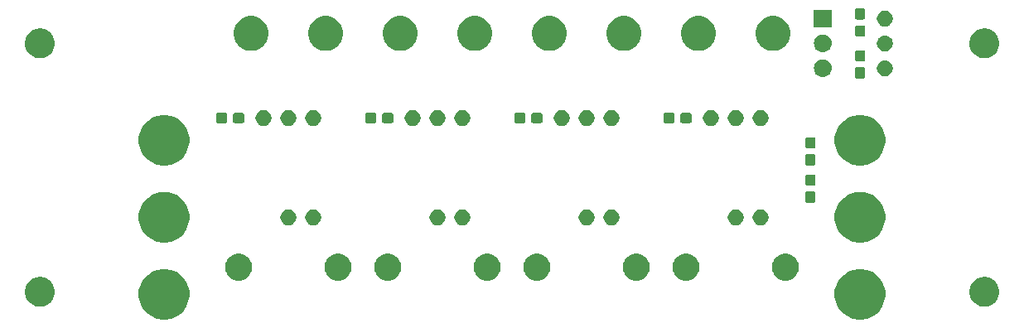
<source format=gbr>
G04 #@! TF.GenerationSoftware,KiCad,Pcbnew,(5.0.2)-1*
G04 #@! TF.CreationDate,2019-04-02T18:39:04-05:00*
G04 #@! TF.ProjectId,CameraPowerInjector_Hardware,43616d65-7261-4506-9f77-6572496e6a65,rev?*
G04 #@! TF.SameCoordinates,Original*
G04 #@! TF.FileFunction,Soldermask,Top*
G04 #@! TF.FilePolarity,Negative*
%FSLAX46Y46*%
G04 Gerber Fmt 4.6, Leading zero omitted, Abs format (unit mm)*
G04 Created by KiCad (PCBNEW (5.0.2)-1) date 4/2/2019 6:39:04 PM*
%MOMM*%
%LPD*%
G01*
G04 APERTURE LIST*
%ADD10C,0.100000*%
G04 APERTURE END LIST*
D10*
G36*
X135208908Y-124729380D02*
X135375767Y-124762570D01*
X135847299Y-124957885D01*
X136268803Y-125239526D01*
X136271669Y-125241441D01*
X136632559Y-125602331D01*
X136632561Y-125602334D01*
X136916115Y-126026701D01*
X137111430Y-126498233D01*
X137122803Y-126555408D01*
X137211000Y-126998807D01*
X137211000Y-127509193D01*
X137168674Y-127721979D01*
X137111430Y-128009767D01*
X136916115Y-128481299D01*
X136887449Y-128524200D01*
X136632559Y-128905669D01*
X136271669Y-129266559D01*
X136271666Y-129266561D01*
X135847299Y-129550115D01*
X135375767Y-129745430D01*
X135208908Y-129778620D01*
X134875193Y-129845000D01*
X134364807Y-129845000D01*
X134031092Y-129778620D01*
X133864233Y-129745430D01*
X133392701Y-129550115D01*
X132968334Y-129266561D01*
X132968331Y-129266559D01*
X132607441Y-128905669D01*
X132352551Y-128524200D01*
X132323885Y-128481299D01*
X132128570Y-128009767D01*
X132071326Y-127721979D01*
X132029000Y-127509193D01*
X132029000Y-126998807D01*
X132117197Y-126555408D01*
X132128570Y-126498233D01*
X132323885Y-126026701D01*
X132607439Y-125602334D01*
X132607441Y-125602331D01*
X132968331Y-125241441D01*
X132971197Y-125239526D01*
X133392701Y-124957885D01*
X133864233Y-124762570D01*
X134031092Y-124729380D01*
X134364807Y-124663000D01*
X134875193Y-124663000D01*
X135208908Y-124729380D01*
X135208908Y-124729380D01*
G37*
G36*
X64088908Y-124729380D02*
X64255767Y-124762570D01*
X64727299Y-124957885D01*
X65148803Y-125239526D01*
X65151669Y-125241441D01*
X65512559Y-125602331D01*
X65512561Y-125602334D01*
X65796115Y-126026701D01*
X65991430Y-126498233D01*
X66002803Y-126555408D01*
X66091000Y-126998807D01*
X66091000Y-127509193D01*
X66048674Y-127721979D01*
X65991430Y-128009767D01*
X65796115Y-128481299D01*
X65767449Y-128524200D01*
X65512559Y-128905669D01*
X65151669Y-129266559D01*
X65151666Y-129266561D01*
X64727299Y-129550115D01*
X64255767Y-129745430D01*
X64088908Y-129778620D01*
X63755193Y-129845000D01*
X63244807Y-129845000D01*
X62911092Y-129778620D01*
X62744233Y-129745430D01*
X62272701Y-129550115D01*
X61848334Y-129266561D01*
X61848331Y-129266559D01*
X61487441Y-128905669D01*
X61232551Y-128524200D01*
X61203885Y-128481299D01*
X61008570Y-128009767D01*
X60951326Y-127721979D01*
X60909000Y-127509193D01*
X60909000Y-126998807D01*
X60997197Y-126555408D01*
X61008570Y-126498233D01*
X61203885Y-126026701D01*
X61487439Y-125602334D01*
X61487441Y-125602331D01*
X61848331Y-125241441D01*
X61851197Y-125239526D01*
X62272701Y-124957885D01*
X62744233Y-124762570D01*
X62911092Y-124729380D01*
X63244807Y-124663000D01*
X63755193Y-124663000D01*
X64088908Y-124729380D01*
X64088908Y-124729380D01*
G37*
G36*
X51097357Y-125505087D02*
X51244593Y-125534374D01*
X51521979Y-125649271D01*
X51716254Y-125779082D01*
X51771624Y-125816079D01*
X51983921Y-126028376D01*
X51983923Y-126028379D01*
X52150729Y-126278021D01*
X52265626Y-126555407D01*
X52324200Y-126849879D01*
X52324200Y-127150121D01*
X52265626Y-127444593D01*
X52150729Y-127721979D01*
X51985047Y-127969938D01*
X51983921Y-127971624D01*
X51771624Y-128183921D01*
X51771621Y-128183923D01*
X51521979Y-128350729D01*
X51244593Y-128465626D01*
X51165804Y-128481298D01*
X50950122Y-128524200D01*
X50649878Y-128524200D01*
X50434196Y-128481298D01*
X50355407Y-128465626D01*
X50078021Y-128350729D01*
X49828379Y-128183923D01*
X49828376Y-128183921D01*
X49616079Y-127971624D01*
X49614953Y-127969938D01*
X49449271Y-127721979D01*
X49334374Y-127444593D01*
X49275800Y-127150121D01*
X49275800Y-126849879D01*
X49334374Y-126555407D01*
X49449271Y-126278021D01*
X49616077Y-126028379D01*
X49616079Y-126028376D01*
X49828376Y-125816079D01*
X49883746Y-125779082D01*
X50078021Y-125649271D01*
X50355407Y-125534374D01*
X50502643Y-125505087D01*
X50649878Y-125475800D01*
X50950122Y-125475800D01*
X51097357Y-125505087D01*
X51097357Y-125505087D01*
G37*
G36*
X147617357Y-125505087D02*
X147764593Y-125534374D01*
X148041979Y-125649271D01*
X148236254Y-125779082D01*
X148291624Y-125816079D01*
X148503921Y-126028376D01*
X148503923Y-126028379D01*
X148670729Y-126278021D01*
X148785626Y-126555407D01*
X148844200Y-126849879D01*
X148844200Y-127150121D01*
X148785626Y-127444593D01*
X148670729Y-127721979D01*
X148505047Y-127969938D01*
X148503921Y-127971624D01*
X148291624Y-128183921D01*
X148291621Y-128183923D01*
X148041979Y-128350729D01*
X147764593Y-128465626D01*
X147685804Y-128481298D01*
X147470122Y-128524200D01*
X147169878Y-128524200D01*
X146954196Y-128481298D01*
X146875407Y-128465626D01*
X146598021Y-128350729D01*
X146348379Y-128183923D01*
X146348376Y-128183921D01*
X146136079Y-127971624D01*
X146134953Y-127969938D01*
X145969271Y-127721979D01*
X145854374Y-127444593D01*
X145795800Y-127150121D01*
X145795800Y-126849879D01*
X145854374Y-126555407D01*
X145969271Y-126278021D01*
X146136077Y-126028379D01*
X146136079Y-126028376D01*
X146348376Y-125816079D01*
X146403746Y-125779082D01*
X146598021Y-125649271D01*
X146875407Y-125534374D01*
X147022643Y-125505087D01*
X147169878Y-125475800D01*
X147470122Y-125475800D01*
X147617357Y-125505087D01*
X147617357Y-125505087D01*
G37*
G36*
X117240139Y-123140917D02*
X117489791Y-123244326D01*
X117714472Y-123394453D01*
X117905547Y-123585528D01*
X118055674Y-123810209D01*
X118159083Y-124059861D01*
X118211800Y-124324889D01*
X118211800Y-124595111D01*
X118159083Y-124860139D01*
X118055674Y-125109791D01*
X117905547Y-125334472D01*
X117714472Y-125525547D01*
X117489791Y-125675674D01*
X117240139Y-125779083D01*
X116975111Y-125831800D01*
X116704889Y-125831800D01*
X116439861Y-125779083D01*
X116190209Y-125675674D01*
X115965528Y-125525547D01*
X115774453Y-125334472D01*
X115624326Y-125109791D01*
X115520917Y-124860139D01*
X115468200Y-124595111D01*
X115468200Y-124324889D01*
X115520917Y-124059861D01*
X115624326Y-123810209D01*
X115774453Y-123585528D01*
X115965528Y-123394453D01*
X116190209Y-123244326D01*
X116439861Y-123140917D01*
X116704889Y-123088200D01*
X116975111Y-123088200D01*
X117240139Y-123140917D01*
X117240139Y-123140917D01*
G37*
G36*
X127400139Y-123140917D02*
X127649791Y-123244326D01*
X127874472Y-123394453D01*
X128065547Y-123585528D01*
X128215674Y-123810209D01*
X128319083Y-124059861D01*
X128371800Y-124324889D01*
X128371800Y-124595111D01*
X128319083Y-124860139D01*
X128215674Y-125109791D01*
X128065547Y-125334472D01*
X127874472Y-125525547D01*
X127649791Y-125675674D01*
X127400139Y-125779083D01*
X127135111Y-125831800D01*
X126864889Y-125831800D01*
X126599861Y-125779083D01*
X126350209Y-125675674D01*
X126125528Y-125525547D01*
X125934453Y-125334472D01*
X125784326Y-125109791D01*
X125680917Y-124860139D01*
X125628200Y-124595111D01*
X125628200Y-124324889D01*
X125680917Y-124059861D01*
X125784326Y-123810209D01*
X125934453Y-123585528D01*
X126125528Y-123394453D01*
X126350209Y-123244326D01*
X126599861Y-123140917D01*
X126864889Y-123088200D01*
X127135111Y-123088200D01*
X127400139Y-123140917D01*
X127400139Y-123140917D01*
G37*
G36*
X102000139Y-123140917D02*
X102249791Y-123244326D01*
X102474472Y-123394453D01*
X102665547Y-123585528D01*
X102815674Y-123810209D01*
X102919083Y-124059861D01*
X102971800Y-124324889D01*
X102971800Y-124595111D01*
X102919083Y-124860139D01*
X102815674Y-125109791D01*
X102665547Y-125334472D01*
X102474472Y-125525547D01*
X102249791Y-125675674D01*
X102000139Y-125779083D01*
X101735111Y-125831800D01*
X101464889Y-125831800D01*
X101199861Y-125779083D01*
X100950209Y-125675674D01*
X100725528Y-125525547D01*
X100534453Y-125334472D01*
X100384326Y-125109791D01*
X100280917Y-124860139D01*
X100228200Y-124595111D01*
X100228200Y-124324889D01*
X100280917Y-124059861D01*
X100384326Y-123810209D01*
X100534453Y-123585528D01*
X100725528Y-123394453D01*
X100950209Y-123244326D01*
X101199861Y-123140917D01*
X101464889Y-123088200D01*
X101735111Y-123088200D01*
X102000139Y-123140917D01*
X102000139Y-123140917D01*
G37*
G36*
X112160139Y-123140917D02*
X112409791Y-123244326D01*
X112634472Y-123394453D01*
X112825547Y-123585528D01*
X112975674Y-123810209D01*
X113079083Y-124059861D01*
X113131800Y-124324889D01*
X113131800Y-124595111D01*
X113079083Y-124860139D01*
X112975674Y-125109791D01*
X112825547Y-125334472D01*
X112634472Y-125525547D01*
X112409791Y-125675674D01*
X112160139Y-125779083D01*
X111895111Y-125831800D01*
X111624889Y-125831800D01*
X111359861Y-125779083D01*
X111110209Y-125675674D01*
X110885528Y-125525547D01*
X110694453Y-125334472D01*
X110544326Y-125109791D01*
X110440917Y-124860139D01*
X110388200Y-124595111D01*
X110388200Y-124324889D01*
X110440917Y-124059861D01*
X110544326Y-123810209D01*
X110694453Y-123585528D01*
X110885528Y-123394453D01*
X111110209Y-123244326D01*
X111359861Y-123140917D01*
X111624889Y-123088200D01*
X111895111Y-123088200D01*
X112160139Y-123140917D01*
X112160139Y-123140917D01*
G37*
G36*
X96920139Y-123140917D02*
X97169791Y-123244326D01*
X97394472Y-123394453D01*
X97585547Y-123585528D01*
X97735674Y-123810209D01*
X97839083Y-124059861D01*
X97891800Y-124324889D01*
X97891800Y-124595111D01*
X97839083Y-124860139D01*
X97735674Y-125109791D01*
X97585547Y-125334472D01*
X97394472Y-125525547D01*
X97169791Y-125675674D01*
X96920139Y-125779083D01*
X96655111Y-125831800D01*
X96384889Y-125831800D01*
X96119861Y-125779083D01*
X95870209Y-125675674D01*
X95645528Y-125525547D01*
X95454453Y-125334472D01*
X95304326Y-125109791D01*
X95200917Y-124860139D01*
X95148200Y-124595111D01*
X95148200Y-124324889D01*
X95200917Y-124059861D01*
X95304326Y-123810209D01*
X95454453Y-123585528D01*
X95645528Y-123394453D01*
X95870209Y-123244326D01*
X96119861Y-123140917D01*
X96384889Y-123088200D01*
X96655111Y-123088200D01*
X96920139Y-123140917D01*
X96920139Y-123140917D01*
G37*
G36*
X86760139Y-123140917D02*
X87009791Y-123244326D01*
X87234472Y-123394453D01*
X87425547Y-123585528D01*
X87575674Y-123810209D01*
X87679083Y-124059861D01*
X87731800Y-124324889D01*
X87731800Y-124595111D01*
X87679083Y-124860139D01*
X87575674Y-125109791D01*
X87425547Y-125334472D01*
X87234472Y-125525547D01*
X87009791Y-125675674D01*
X86760139Y-125779083D01*
X86495111Y-125831800D01*
X86224889Y-125831800D01*
X85959861Y-125779083D01*
X85710209Y-125675674D01*
X85485528Y-125525547D01*
X85294453Y-125334472D01*
X85144326Y-125109791D01*
X85040917Y-124860139D01*
X84988200Y-124595111D01*
X84988200Y-124324889D01*
X85040917Y-124059861D01*
X85144326Y-123810209D01*
X85294453Y-123585528D01*
X85485528Y-123394453D01*
X85710209Y-123244326D01*
X85959861Y-123140917D01*
X86224889Y-123088200D01*
X86495111Y-123088200D01*
X86760139Y-123140917D01*
X86760139Y-123140917D01*
G37*
G36*
X71520139Y-123140917D02*
X71769791Y-123244326D01*
X71994472Y-123394453D01*
X72185547Y-123585528D01*
X72335674Y-123810209D01*
X72439083Y-124059861D01*
X72491800Y-124324889D01*
X72491800Y-124595111D01*
X72439083Y-124860139D01*
X72335674Y-125109791D01*
X72185547Y-125334472D01*
X71994472Y-125525547D01*
X71769791Y-125675674D01*
X71520139Y-125779083D01*
X71255111Y-125831800D01*
X70984889Y-125831800D01*
X70719861Y-125779083D01*
X70470209Y-125675674D01*
X70245528Y-125525547D01*
X70054453Y-125334472D01*
X69904326Y-125109791D01*
X69800917Y-124860139D01*
X69748200Y-124595111D01*
X69748200Y-124324889D01*
X69800917Y-124059861D01*
X69904326Y-123810209D01*
X70054453Y-123585528D01*
X70245528Y-123394453D01*
X70470209Y-123244326D01*
X70719861Y-123140917D01*
X70984889Y-123088200D01*
X71255111Y-123088200D01*
X71520139Y-123140917D01*
X71520139Y-123140917D01*
G37*
G36*
X81680139Y-123140917D02*
X81929791Y-123244326D01*
X82154472Y-123394453D01*
X82345547Y-123585528D01*
X82495674Y-123810209D01*
X82599083Y-124059861D01*
X82651800Y-124324889D01*
X82651800Y-124595111D01*
X82599083Y-124860139D01*
X82495674Y-125109791D01*
X82345547Y-125334472D01*
X82154472Y-125525547D01*
X81929791Y-125675674D01*
X81680139Y-125779083D01*
X81415111Y-125831800D01*
X81144889Y-125831800D01*
X80879861Y-125779083D01*
X80630209Y-125675674D01*
X80405528Y-125525547D01*
X80214453Y-125334472D01*
X80064326Y-125109791D01*
X79960917Y-124860139D01*
X79908200Y-124595111D01*
X79908200Y-124324889D01*
X79960917Y-124059861D01*
X80064326Y-123810209D01*
X80214453Y-123585528D01*
X80405528Y-123394453D01*
X80630209Y-123244326D01*
X80879861Y-123140917D01*
X81144889Y-123088200D01*
X81415111Y-123088200D01*
X81680139Y-123140917D01*
X81680139Y-123140917D01*
G37*
G36*
X63978623Y-116833443D02*
X64255767Y-116888570D01*
X64727299Y-117083885D01*
X65148803Y-117365526D01*
X65151669Y-117367441D01*
X65512559Y-117728331D01*
X65512561Y-117728334D01*
X65796115Y-118152701D01*
X65991430Y-118624233D01*
X65991430Y-118624234D01*
X66091000Y-119124807D01*
X66091000Y-119635193D01*
X66038673Y-119898257D01*
X65991430Y-120135767D01*
X65796115Y-120607299D01*
X65514474Y-121028803D01*
X65512559Y-121031669D01*
X65151669Y-121392559D01*
X65151666Y-121392561D01*
X64727299Y-121676115D01*
X64255767Y-121871430D01*
X64088908Y-121904620D01*
X63755193Y-121971000D01*
X63244807Y-121971000D01*
X62911092Y-121904620D01*
X62744233Y-121871430D01*
X62272701Y-121676115D01*
X61848334Y-121392561D01*
X61848331Y-121392559D01*
X61487441Y-121031669D01*
X61485526Y-121028803D01*
X61203885Y-120607299D01*
X61008570Y-120135767D01*
X60961327Y-119898257D01*
X60909000Y-119635193D01*
X60909000Y-119124807D01*
X61008570Y-118624234D01*
X61008570Y-118624233D01*
X61203885Y-118152701D01*
X61487439Y-117728334D01*
X61487441Y-117728331D01*
X61848331Y-117367441D01*
X61851197Y-117365526D01*
X62272701Y-117083885D01*
X62744233Y-116888570D01*
X63021377Y-116833443D01*
X63244807Y-116789000D01*
X63755193Y-116789000D01*
X63978623Y-116833443D01*
X63978623Y-116833443D01*
G37*
G36*
X135098623Y-116833443D02*
X135375767Y-116888570D01*
X135847299Y-117083885D01*
X136268803Y-117365526D01*
X136271669Y-117367441D01*
X136632559Y-117728331D01*
X136632561Y-117728334D01*
X136916115Y-118152701D01*
X137111430Y-118624233D01*
X137111430Y-118624234D01*
X137211000Y-119124807D01*
X137211000Y-119635193D01*
X137158673Y-119898257D01*
X137111430Y-120135767D01*
X136916115Y-120607299D01*
X136634474Y-121028803D01*
X136632559Y-121031669D01*
X136271669Y-121392559D01*
X136271666Y-121392561D01*
X135847299Y-121676115D01*
X135375767Y-121871430D01*
X135208908Y-121904620D01*
X134875193Y-121971000D01*
X134364807Y-121971000D01*
X134031092Y-121904620D01*
X133864233Y-121871430D01*
X133392701Y-121676115D01*
X132968334Y-121392561D01*
X132968331Y-121392559D01*
X132607441Y-121031669D01*
X132605526Y-121028803D01*
X132323885Y-120607299D01*
X132128570Y-120135767D01*
X132081327Y-119898257D01*
X132029000Y-119635193D01*
X132029000Y-119124807D01*
X132128570Y-118624234D01*
X132128570Y-118624233D01*
X132323885Y-118152701D01*
X132607439Y-117728334D01*
X132607441Y-117728331D01*
X132968331Y-117367441D01*
X132971197Y-117365526D01*
X133392701Y-117083885D01*
X133864233Y-116888570D01*
X134141377Y-116833443D01*
X134364807Y-116789000D01*
X134875193Y-116789000D01*
X135098623Y-116833443D01*
X135098623Y-116833443D01*
G37*
G36*
X106917142Y-118598242D02*
X107065102Y-118659530D01*
X107198258Y-118748502D01*
X107311498Y-118861742D01*
X107400470Y-118994898D01*
X107461758Y-119142858D01*
X107493000Y-119299925D01*
X107493000Y-119460075D01*
X107461758Y-119617142D01*
X107400470Y-119765102D01*
X107311498Y-119898258D01*
X107198258Y-120011498D01*
X107065102Y-120100470D01*
X106917142Y-120161758D01*
X106760075Y-120193000D01*
X106599925Y-120193000D01*
X106442858Y-120161758D01*
X106294898Y-120100470D01*
X106161742Y-120011498D01*
X106048502Y-119898258D01*
X105959530Y-119765102D01*
X105898242Y-119617142D01*
X105867000Y-119460075D01*
X105867000Y-119299925D01*
X105898242Y-119142858D01*
X105959530Y-118994898D01*
X106048502Y-118861742D01*
X106161742Y-118748502D01*
X106294898Y-118659530D01*
X106442858Y-118598242D01*
X106599925Y-118567000D01*
X106760075Y-118567000D01*
X106917142Y-118598242D01*
X106917142Y-118598242D01*
G37*
G36*
X76437142Y-118598242D02*
X76585102Y-118659530D01*
X76718258Y-118748502D01*
X76831498Y-118861742D01*
X76920470Y-118994898D01*
X76981758Y-119142858D01*
X77013000Y-119299925D01*
X77013000Y-119460075D01*
X76981758Y-119617142D01*
X76920470Y-119765102D01*
X76831498Y-119898258D01*
X76718258Y-120011498D01*
X76585102Y-120100470D01*
X76437142Y-120161758D01*
X76280075Y-120193000D01*
X76119925Y-120193000D01*
X75962858Y-120161758D01*
X75814898Y-120100470D01*
X75681742Y-120011498D01*
X75568502Y-119898258D01*
X75479530Y-119765102D01*
X75418242Y-119617142D01*
X75387000Y-119460075D01*
X75387000Y-119299925D01*
X75418242Y-119142858D01*
X75479530Y-118994898D01*
X75568502Y-118861742D01*
X75681742Y-118748502D01*
X75814898Y-118659530D01*
X75962858Y-118598242D01*
X76119925Y-118567000D01*
X76280075Y-118567000D01*
X76437142Y-118598242D01*
X76437142Y-118598242D01*
G37*
G36*
X78977142Y-118598242D02*
X79125102Y-118659530D01*
X79258258Y-118748502D01*
X79371498Y-118861742D01*
X79460470Y-118994898D01*
X79521758Y-119142858D01*
X79553000Y-119299925D01*
X79553000Y-119460075D01*
X79521758Y-119617142D01*
X79460470Y-119765102D01*
X79371498Y-119898258D01*
X79258258Y-120011498D01*
X79125102Y-120100470D01*
X78977142Y-120161758D01*
X78820075Y-120193000D01*
X78659925Y-120193000D01*
X78502858Y-120161758D01*
X78354898Y-120100470D01*
X78221742Y-120011498D01*
X78108502Y-119898258D01*
X78019530Y-119765102D01*
X77958242Y-119617142D01*
X77927000Y-119460075D01*
X77927000Y-119299925D01*
X77958242Y-119142858D01*
X78019530Y-118994898D01*
X78108502Y-118861742D01*
X78221742Y-118748502D01*
X78354898Y-118659530D01*
X78502858Y-118598242D01*
X78659925Y-118567000D01*
X78820075Y-118567000D01*
X78977142Y-118598242D01*
X78977142Y-118598242D01*
G37*
G36*
X91677142Y-118598242D02*
X91825102Y-118659530D01*
X91958258Y-118748502D01*
X92071498Y-118861742D01*
X92160470Y-118994898D01*
X92221758Y-119142858D01*
X92253000Y-119299925D01*
X92253000Y-119460075D01*
X92221758Y-119617142D01*
X92160470Y-119765102D01*
X92071498Y-119898258D01*
X91958258Y-120011498D01*
X91825102Y-120100470D01*
X91677142Y-120161758D01*
X91520075Y-120193000D01*
X91359925Y-120193000D01*
X91202858Y-120161758D01*
X91054898Y-120100470D01*
X90921742Y-120011498D01*
X90808502Y-119898258D01*
X90719530Y-119765102D01*
X90658242Y-119617142D01*
X90627000Y-119460075D01*
X90627000Y-119299925D01*
X90658242Y-119142858D01*
X90719530Y-118994898D01*
X90808502Y-118861742D01*
X90921742Y-118748502D01*
X91054898Y-118659530D01*
X91202858Y-118598242D01*
X91359925Y-118567000D01*
X91520075Y-118567000D01*
X91677142Y-118598242D01*
X91677142Y-118598242D01*
G37*
G36*
X109457142Y-118598242D02*
X109605102Y-118659530D01*
X109738258Y-118748502D01*
X109851498Y-118861742D01*
X109940470Y-118994898D01*
X110001758Y-119142858D01*
X110033000Y-119299925D01*
X110033000Y-119460075D01*
X110001758Y-119617142D01*
X109940470Y-119765102D01*
X109851498Y-119898258D01*
X109738258Y-120011498D01*
X109605102Y-120100470D01*
X109457142Y-120161758D01*
X109300075Y-120193000D01*
X109139925Y-120193000D01*
X108982858Y-120161758D01*
X108834898Y-120100470D01*
X108701742Y-120011498D01*
X108588502Y-119898258D01*
X108499530Y-119765102D01*
X108438242Y-119617142D01*
X108407000Y-119460075D01*
X108407000Y-119299925D01*
X108438242Y-119142858D01*
X108499530Y-118994898D01*
X108588502Y-118861742D01*
X108701742Y-118748502D01*
X108834898Y-118659530D01*
X108982858Y-118598242D01*
X109139925Y-118567000D01*
X109300075Y-118567000D01*
X109457142Y-118598242D01*
X109457142Y-118598242D01*
G37*
G36*
X94217142Y-118598242D02*
X94365102Y-118659530D01*
X94498258Y-118748502D01*
X94611498Y-118861742D01*
X94700470Y-118994898D01*
X94761758Y-119142858D01*
X94793000Y-119299925D01*
X94793000Y-119460075D01*
X94761758Y-119617142D01*
X94700470Y-119765102D01*
X94611498Y-119898258D01*
X94498258Y-120011498D01*
X94365102Y-120100470D01*
X94217142Y-120161758D01*
X94060075Y-120193000D01*
X93899925Y-120193000D01*
X93742858Y-120161758D01*
X93594898Y-120100470D01*
X93461742Y-120011498D01*
X93348502Y-119898258D01*
X93259530Y-119765102D01*
X93198242Y-119617142D01*
X93167000Y-119460075D01*
X93167000Y-119299925D01*
X93198242Y-119142858D01*
X93259530Y-118994898D01*
X93348502Y-118861742D01*
X93461742Y-118748502D01*
X93594898Y-118659530D01*
X93742858Y-118598242D01*
X93899925Y-118567000D01*
X94060075Y-118567000D01*
X94217142Y-118598242D01*
X94217142Y-118598242D01*
G37*
G36*
X124697142Y-118598242D02*
X124845102Y-118659530D01*
X124978258Y-118748502D01*
X125091498Y-118861742D01*
X125180470Y-118994898D01*
X125241758Y-119142858D01*
X125273000Y-119299925D01*
X125273000Y-119460075D01*
X125241758Y-119617142D01*
X125180470Y-119765102D01*
X125091498Y-119898258D01*
X124978258Y-120011498D01*
X124845102Y-120100470D01*
X124697142Y-120161758D01*
X124540075Y-120193000D01*
X124379925Y-120193000D01*
X124222858Y-120161758D01*
X124074898Y-120100470D01*
X123941742Y-120011498D01*
X123828502Y-119898258D01*
X123739530Y-119765102D01*
X123678242Y-119617142D01*
X123647000Y-119460075D01*
X123647000Y-119299925D01*
X123678242Y-119142858D01*
X123739530Y-118994898D01*
X123828502Y-118861742D01*
X123941742Y-118748502D01*
X124074898Y-118659530D01*
X124222858Y-118598242D01*
X124379925Y-118567000D01*
X124540075Y-118567000D01*
X124697142Y-118598242D01*
X124697142Y-118598242D01*
G37*
G36*
X122157142Y-118598242D02*
X122305102Y-118659530D01*
X122438258Y-118748502D01*
X122551498Y-118861742D01*
X122640470Y-118994898D01*
X122701758Y-119142858D01*
X122733000Y-119299925D01*
X122733000Y-119460075D01*
X122701758Y-119617142D01*
X122640470Y-119765102D01*
X122551498Y-119898258D01*
X122438258Y-120011498D01*
X122305102Y-120100470D01*
X122157142Y-120161758D01*
X122000075Y-120193000D01*
X121839925Y-120193000D01*
X121682858Y-120161758D01*
X121534898Y-120100470D01*
X121401742Y-120011498D01*
X121288502Y-119898258D01*
X121199530Y-119765102D01*
X121138242Y-119617142D01*
X121107000Y-119460075D01*
X121107000Y-119299925D01*
X121138242Y-119142858D01*
X121199530Y-118994898D01*
X121288502Y-118861742D01*
X121401742Y-118748502D01*
X121534898Y-118659530D01*
X121682858Y-118598242D01*
X121839925Y-118567000D01*
X122000075Y-118567000D01*
X122157142Y-118598242D01*
X122157142Y-118598242D01*
G37*
G36*
X129904499Y-116748445D02*
X129941993Y-116759819D01*
X129976557Y-116778294D01*
X130006847Y-116803153D01*
X130031706Y-116833443D01*
X130050181Y-116868007D01*
X130061555Y-116905501D01*
X130066000Y-116950638D01*
X130066000Y-117689362D01*
X130061555Y-117734499D01*
X130050181Y-117771993D01*
X130031706Y-117806557D01*
X130006847Y-117836847D01*
X129976557Y-117861706D01*
X129941993Y-117880181D01*
X129904499Y-117891555D01*
X129859362Y-117896000D01*
X129220638Y-117896000D01*
X129175501Y-117891555D01*
X129138007Y-117880181D01*
X129103443Y-117861706D01*
X129073153Y-117836847D01*
X129048294Y-117806557D01*
X129029819Y-117771993D01*
X129018445Y-117734499D01*
X129014000Y-117689362D01*
X129014000Y-116950638D01*
X129018445Y-116905501D01*
X129029819Y-116868007D01*
X129048294Y-116833443D01*
X129073153Y-116803153D01*
X129103443Y-116778294D01*
X129138007Y-116759819D01*
X129175501Y-116748445D01*
X129220638Y-116744000D01*
X129859362Y-116744000D01*
X129904499Y-116748445D01*
X129904499Y-116748445D01*
G37*
G36*
X129904499Y-114998445D02*
X129941993Y-115009819D01*
X129976557Y-115028294D01*
X130006847Y-115053153D01*
X130031706Y-115083443D01*
X130050181Y-115118007D01*
X130061555Y-115155501D01*
X130066000Y-115200638D01*
X130066000Y-115939362D01*
X130061555Y-115984499D01*
X130050181Y-116021993D01*
X130031706Y-116056557D01*
X130006847Y-116086847D01*
X129976557Y-116111706D01*
X129941993Y-116130181D01*
X129904499Y-116141555D01*
X129859362Y-116146000D01*
X129220638Y-116146000D01*
X129175501Y-116141555D01*
X129138007Y-116130181D01*
X129103443Y-116111706D01*
X129073153Y-116086847D01*
X129048294Y-116056557D01*
X129029819Y-116021993D01*
X129018445Y-115984499D01*
X129014000Y-115939362D01*
X129014000Y-115200638D01*
X129018445Y-115155501D01*
X129029819Y-115118007D01*
X129048294Y-115083443D01*
X129073153Y-115053153D01*
X129103443Y-115028294D01*
X129138007Y-115009819D01*
X129175501Y-114998445D01*
X129220638Y-114994000D01*
X129859362Y-114994000D01*
X129904499Y-114998445D01*
X129904499Y-114998445D01*
G37*
G36*
X64088908Y-108981380D02*
X64255767Y-109014570D01*
X64727299Y-109209885D01*
X64862277Y-109300075D01*
X65151669Y-109493441D01*
X65512559Y-109854331D01*
X65512561Y-109854334D01*
X65796115Y-110278701D01*
X65796115Y-110278702D01*
X65991430Y-110750234D01*
X66089478Y-111243153D01*
X66091000Y-111250809D01*
X66091000Y-111761191D01*
X65991430Y-112261767D01*
X65796115Y-112733299D01*
X65523939Y-113140638D01*
X65512559Y-113157669D01*
X65151669Y-113518559D01*
X65151666Y-113518561D01*
X64727299Y-113802115D01*
X64255767Y-113997430D01*
X64107877Y-114026847D01*
X63755193Y-114097000D01*
X63244807Y-114097000D01*
X62892123Y-114026847D01*
X62744233Y-113997430D01*
X62272701Y-113802115D01*
X61848334Y-113518561D01*
X61848331Y-113518559D01*
X61487441Y-113157669D01*
X61476061Y-113140638D01*
X61203885Y-112733299D01*
X61008570Y-112261767D01*
X60909000Y-111761191D01*
X60909000Y-111250809D01*
X60910523Y-111243153D01*
X61008570Y-110750234D01*
X61203885Y-110278702D01*
X61203885Y-110278701D01*
X61487439Y-109854334D01*
X61487441Y-109854331D01*
X61848331Y-109493441D01*
X62137723Y-109300075D01*
X62272701Y-109209885D01*
X62744233Y-109014570D01*
X62911092Y-108981380D01*
X63244807Y-108915000D01*
X63755193Y-108915000D01*
X64088908Y-108981380D01*
X64088908Y-108981380D01*
G37*
G36*
X135208908Y-108981380D02*
X135375767Y-109014570D01*
X135847299Y-109209885D01*
X135982277Y-109300075D01*
X136271669Y-109493441D01*
X136632559Y-109854331D01*
X136632561Y-109854334D01*
X136916115Y-110278701D01*
X136916115Y-110278702D01*
X137111430Y-110750234D01*
X137209478Y-111243153D01*
X137211000Y-111250809D01*
X137211000Y-111761191D01*
X137111430Y-112261767D01*
X136916115Y-112733299D01*
X136643939Y-113140638D01*
X136632559Y-113157669D01*
X136271669Y-113518559D01*
X136271666Y-113518561D01*
X135847299Y-113802115D01*
X135375767Y-113997430D01*
X135227877Y-114026847D01*
X134875193Y-114097000D01*
X134364807Y-114097000D01*
X134012123Y-114026847D01*
X133864233Y-113997430D01*
X133392701Y-113802115D01*
X132968334Y-113518561D01*
X132968331Y-113518559D01*
X132607441Y-113157669D01*
X132596061Y-113140638D01*
X132323885Y-112733299D01*
X132128570Y-112261767D01*
X132029000Y-111761191D01*
X132029000Y-111250809D01*
X132030523Y-111243153D01*
X132128570Y-110750234D01*
X132323885Y-110278702D01*
X132323885Y-110278701D01*
X132607439Y-109854334D01*
X132607441Y-109854331D01*
X132968331Y-109493441D01*
X133257723Y-109300075D01*
X133392701Y-109209885D01*
X133864233Y-109014570D01*
X134031092Y-108981380D01*
X134364807Y-108915000D01*
X134875193Y-108915000D01*
X135208908Y-108981380D01*
X135208908Y-108981380D01*
G37*
G36*
X129904499Y-112938445D02*
X129941993Y-112949819D01*
X129976557Y-112968294D01*
X130006847Y-112993153D01*
X130031706Y-113023443D01*
X130050181Y-113058007D01*
X130061555Y-113095501D01*
X130066000Y-113140638D01*
X130066000Y-113879362D01*
X130061555Y-113924499D01*
X130050181Y-113961993D01*
X130031706Y-113996557D01*
X130006847Y-114026847D01*
X129976557Y-114051706D01*
X129941993Y-114070181D01*
X129904499Y-114081555D01*
X129859362Y-114086000D01*
X129220638Y-114086000D01*
X129175501Y-114081555D01*
X129138007Y-114070181D01*
X129103443Y-114051706D01*
X129073153Y-114026847D01*
X129048294Y-113996557D01*
X129029819Y-113961993D01*
X129018445Y-113924499D01*
X129014000Y-113879362D01*
X129014000Y-113140638D01*
X129018445Y-113095501D01*
X129029819Y-113058007D01*
X129048294Y-113023443D01*
X129073153Y-112993153D01*
X129103443Y-112968294D01*
X129138007Y-112949819D01*
X129175501Y-112938445D01*
X129220638Y-112934000D01*
X129859362Y-112934000D01*
X129904499Y-112938445D01*
X129904499Y-112938445D01*
G37*
G36*
X129904499Y-111188445D02*
X129941993Y-111199819D01*
X129976557Y-111218294D01*
X130006847Y-111243153D01*
X130031706Y-111273443D01*
X130050181Y-111308007D01*
X130061555Y-111345501D01*
X130066000Y-111390638D01*
X130066000Y-112129362D01*
X130061555Y-112174499D01*
X130050181Y-112211993D01*
X130031706Y-112246557D01*
X130006847Y-112276847D01*
X129976557Y-112301706D01*
X129941993Y-112320181D01*
X129904499Y-112331555D01*
X129859362Y-112336000D01*
X129220638Y-112336000D01*
X129175501Y-112331555D01*
X129138007Y-112320181D01*
X129103443Y-112301706D01*
X129073153Y-112276847D01*
X129048294Y-112246557D01*
X129029819Y-112211993D01*
X129018445Y-112174499D01*
X129014000Y-112129362D01*
X129014000Y-111390638D01*
X129018445Y-111345501D01*
X129029819Y-111308007D01*
X129048294Y-111273443D01*
X129073153Y-111243153D01*
X129103443Y-111218294D01*
X129138007Y-111199819D01*
X129175501Y-111188445D01*
X129220638Y-111184000D01*
X129859362Y-111184000D01*
X129904499Y-111188445D01*
X129904499Y-111188445D01*
G37*
G36*
X124697142Y-108438242D02*
X124845102Y-108499530D01*
X124912130Y-108544317D01*
X124978257Y-108588501D01*
X125091499Y-108701743D01*
X125115941Y-108738323D01*
X125180470Y-108834898D01*
X125241758Y-108982858D01*
X125273000Y-109139925D01*
X125273000Y-109300075D01*
X125241758Y-109457142D01*
X125231047Y-109483000D01*
X125180471Y-109605100D01*
X125091499Y-109738257D01*
X124978257Y-109851499D01*
X124974014Y-109854334D01*
X124845102Y-109940470D01*
X124697142Y-110001758D01*
X124540075Y-110033000D01*
X124379925Y-110033000D01*
X124222858Y-110001758D01*
X124074898Y-109940470D01*
X123945986Y-109854334D01*
X123941743Y-109851499D01*
X123828501Y-109738257D01*
X123739529Y-109605100D01*
X123688953Y-109483000D01*
X123678242Y-109457142D01*
X123647000Y-109300075D01*
X123647000Y-109139925D01*
X123678242Y-108982858D01*
X123739530Y-108834898D01*
X123804059Y-108738323D01*
X123828501Y-108701743D01*
X123941743Y-108588501D01*
X124007870Y-108544317D01*
X124074898Y-108499530D01*
X124222858Y-108438242D01*
X124379925Y-108407000D01*
X124540075Y-108407000D01*
X124697142Y-108438242D01*
X124697142Y-108438242D01*
G37*
G36*
X78977142Y-108438242D02*
X79125102Y-108499530D01*
X79192130Y-108544317D01*
X79258257Y-108588501D01*
X79371499Y-108701743D01*
X79395941Y-108738323D01*
X79460470Y-108834898D01*
X79521758Y-108982858D01*
X79553000Y-109139925D01*
X79553000Y-109300075D01*
X79521758Y-109457142D01*
X79511047Y-109483000D01*
X79460471Y-109605100D01*
X79371499Y-109738257D01*
X79258257Y-109851499D01*
X79254014Y-109854334D01*
X79125102Y-109940470D01*
X78977142Y-110001758D01*
X78820075Y-110033000D01*
X78659925Y-110033000D01*
X78502858Y-110001758D01*
X78354898Y-109940470D01*
X78225986Y-109854334D01*
X78221743Y-109851499D01*
X78108501Y-109738257D01*
X78019529Y-109605100D01*
X77968953Y-109483000D01*
X77958242Y-109457142D01*
X77927000Y-109300075D01*
X77927000Y-109139925D01*
X77958242Y-108982858D01*
X78019530Y-108834898D01*
X78084059Y-108738323D01*
X78108501Y-108701743D01*
X78221743Y-108588501D01*
X78287870Y-108544317D01*
X78354898Y-108499530D01*
X78502858Y-108438242D01*
X78659925Y-108407000D01*
X78820075Y-108407000D01*
X78977142Y-108438242D01*
X78977142Y-108438242D01*
G37*
G36*
X122157142Y-108438242D02*
X122305102Y-108499530D01*
X122372130Y-108544317D01*
X122438257Y-108588501D01*
X122551499Y-108701743D01*
X122575941Y-108738323D01*
X122640470Y-108834898D01*
X122701758Y-108982858D01*
X122733000Y-109139925D01*
X122733000Y-109300075D01*
X122701758Y-109457142D01*
X122691047Y-109483000D01*
X122640471Y-109605100D01*
X122551499Y-109738257D01*
X122438257Y-109851499D01*
X122434014Y-109854334D01*
X122305102Y-109940470D01*
X122157142Y-110001758D01*
X122000075Y-110033000D01*
X121839925Y-110033000D01*
X121682858Y-110001758D01*
X121534898Y-109940470D01*
X121405986Y-109854334D01*
X121401743Y-109851499D01*
X121288501Y-109738257D01*
X121199529Y-109605100D01*
X121148953Y-109483000D01*
X121138242Y-109457142D01*
X121107000Y-109300075D01*
X121107000Y-109139925D01*
X121138242Y-108982858D01*
X121199530Y-108834898D01*
X121264059Y-108738323D01*
X121288501Y-108701743D01*
X121401743Y-108588501D01*
X121467870Y-108544317D01*
X121534898Y-108499530D01*
X121682858Y-108438242D01*
X121839925Y-108407000D01*
X122000075Y-108407000D01*
X122157142Y-108438242D01*
X122157142Y-108438242D01*
G37*
G36*
X119617142Y-108438242D02*
X119765102Y-108499530D01*
X119832130Y-108544317D01*
X119898257Y-108588501D01*
X120011499Y-108701743D01*
X120035941Y-108738323D01*
X120100470Y-108834898D01*
X120161758Y-108982858D01*
X120193000Y-109139925D01*
X120193000Y-109300075D01*
X120161758Y-109457142D01*
X120151047Y-109483000D01*
X120100471Y-109605100D01*
X120011499Y-109738257D01*
X119898257Y-109851499D01*
X119894014Y-109854334D01*
X119765102Y-109940470D01*
X119617142Y-110001758D01*
X119460075Y-110033000D01*
X119299925Y-110033000D01*
X119142858Y-110001758D01*
X118994898Y-109940470D01*
X118865986Y-109854334D01*
X118861743Y-109851499D01*
X118748501Y-109738257D01*
X118659529Y-109605100D01*
X118608953Y-109483000D01*
X118598242Y-109457142D01*
X118567000Y-109300075D01*
X118567000Y-109139925D01*
X118598242Y-108982858D01*
X118659530Y-108834898D01*
X118724059Y-108738323D01*
X118748501Y-108701743D01*
X118861743Y-108588501D01*
X118927870Y-108544317D01*
X118994898Y-108499530D01*
X119142858Y-108438242D01*
X119299925Y-108407000D01*
X119460075Y-108407000D01*
X119617142Y-108438242D01*
X119617142Y-108438242D01*
G37*
G36*
X106917142Y-108438242D02*
X107065102Y-108499530D01*
X107132130Y-108544317D01*
X107198257Y-108588501D01*
X107311499Y-108701743D01*
X107335941Y-108738323D01*
X107400470Y-108834898D01*
X107461758Y-108982858D01*
X107493000Y-109139925D01*
X107493000Y-109300075D01*
X107461758Y-109457142D01*
X107451047Y-109483000D01*
X107400471Y-109605100D01*
X107311499Y-109738257D01*
X107198257Y-109851499D01*
X107194014Y-109854334D01*
X107065102Y-109940470D01*
X106917142Y-110001758D01*
X106760075Y-110033000D01*
X106599925Y-110033000D01*
X106442858Y-110001758D01*
X106294898Y-109940470D01*
X106165986Y-109854334D01*
X106161743Y-109851499D01*
X106048501Y-109738257D01*
X105959529Y-109605100D01*
X105908953Y-109483000D01*
X105898242Y-109457142D01*
X105867000Y-109300075D01*
X105867000Y-109139925D01*
X105898242Y-108982858D01*
X105959530Y-108834898D01*
X106024059Y-108738323D01*
X106048501Y-108701743D01*
X106161743Y-108588501D01*
X106227870Y-108544317D01*
X106294898Y-108499530D01*
X106442858Y-108438242D01*
X106599925Y-108407000D01*
X106760075Y-108407000D01*
X106917142Y-108438242D01*
X106917142Y-108438242D01*
G37*
G36*
X109457142Y-108438242D02*
X109605102Y-108499530D01*
X109672130Y-108544317D01*
X109738257Y-108588501D01*
X109851499Y-108701743D01*
X109875941Y-108738323D01*
X109940470Y-108834898D01*
X110001758Y-108982858D01*
X110033000Y-109139925D01*
X110033000Y-109300075D01*
X110001758Y-109457142D01*
X109991047Y-109483000D01*
X109940471Y-109605100D01*
X109851499Y-109738257D01*
X109738257Y-109851499D01*
X109734014Y-109854334D01*
X109605102Y-109940470D01*
X109457142Y-110001758D01*
X109300075Y-110033000D01*
X109139925Y-110033000D01*
X108982858Y-110001758D01*
X108834898Y-109940470D01*
X108705986Y-109854334D01*
X108701743Y-109851499D01*
X108588501Y-109738257D01*
X108499529Y-109605100D01*
X108448953Y-109483000D01*
X108438242Y-109457142D01*
X108407000Y-109300075D01*
X108407000Y-109139925D01*
X108438242Y-108982858D01*
X108499530Y-108834898D01*
X108564059Y-108738323D01*
X108588501Y-108701743D01*
X108701743Y-108588501D01*
X108767870Y-108544317D01*
X108834898Y-108499530D01*
X108982858Y-108438242D01*
X109139925Y-108407000D01*
X109300075Y-108407000D01*
X109457142Y-108438242D01*
X109457142Y-108438242D01*
G37*
G36*
X73897142Y-108438242D02*
X74045102Y-108499530D01*
X74112130Y-108544317D01*
X74178257Y-108588501D01*
X74291499Y-108701743D01*
X74315941Y-108738323D01*
X74380470Y-108834898D01*
X74441758Y-108982858D01*
X74473000Y-109139925D01*
X74473000Y-109300075D01*
X74441758Y-109457142D01*
X74431047Y-109483000D01*
X74380471Y-109605100D01*
X74291499Y-109738257D01*
X74178257Y-109851499D01*
X74174014Y-109854334D01*
X74045102Y-109940470D01*
X73897142Y-110001758D01*
X73740075Y-110033000D01*
X73579925Y-110033000D01*
X73422858Y-110001758D01*
X73274898Y-109940470D01*
X73145986Y-109854334D01*
X73141743Y-109851499D01*
X73028501Y-109738257D01*
X72939529Y-109605100D01*
X72888953Y-109483000D01*
X72878242Y-109457142D01*
X72847000Y-109300075D01*
X72847000Y-109139925D01*
X72878242Y-108982858D01*
X72939530Y-108834898D01*
X73004059Y-108738323D01*
X73028501Y-108701743D01*
X73141743Y-108588501D01*
X73207870Y-108544317D01*
X73274898Y-108499530D01*
X73422858Y-108438242D01*
X73579925Y-108407000D01*
X73740075Y-108407000D01*
X73897142Y-108438242D01*
X73897142Y-108438242D01*
G37*
G36*
X76437142Y-108438242D02*
X76585102Y-108499530D01*
X76652130Y-108544317D01*
X76718257Y-108588501D01*
X76831499Y-108701743D01*
X76855941Y-108738323D01*
X76920470Y-108834898D01*
X76981758Y-108982858D01*
X77013000Y-109139925D01*
X77013000Y-109300075D01*
X76981758Y-109457142D01*
X76971047Y-109483000D01*
X76920471Y-109605100D01*
X76831499Y-109738257D01*
X76718257Y-109851499D01*
X76714014Y-109854334D01*
X76585102Y-109940470D01*
X76437142Y-110001758D01*
X76280075Y-110033000D01*
X76119925Y-110033000D01*
X75962858Y-110001758D01*
X75814898Y-109940470D01*
X75685986Y-109854334D01*
X75681743Y-109851499D01*
X75568501Y-109738257D01*
X75479529Y-109605100D01*
X75428953Y-109483000D01*
X75418242Y-109457142D01*
X75387000Y-109300075D01*
X75387000Y-109139925D01*
X75418242Y-108982858D01*
X75479530Y-108834898D01*
X75544059Y-108738323D01*
X75568501Y-108701743D01*
X75681743Y-108588501D01*
X75747870Y-108544317D01*
X75814898Y-108499530D01*
X75962858Y-108438242D01*
X76119925Y-108407000D01*
X76280075Y-108407000D01*
X76437142Y-108438242D01*
X76437142Y-108438242D01*
G37*
G36*
X104377142Y-108438242D02*
X104525102Y-108499530D01*
X104592130Y-108544317D01*
X104658257Y-108588501D01*
X104771499Y-108701743D01*
X104795941Y-108738323D01*
X104860470Y-108834898D01*
X104921758Y-108982858D01*
X104953000Y-109139925D01*
X104953000Y-109300075D01*
X104921758Y-109457142D01*
X104911047Y-109483000D01*
X104860471Y-109605100D01*
X104771499Y-109738257D01*
X104658257Y-109851499D01*
X104654014Y-109854334D01*
X104525102Y-109940470D01*
X104377142Y-110001758D01*
X104220075Y-110033000D01*
X104059925Y-110033000D01*
X103902858Y-110001758D01*
X103754898Y-109940470D01*
X103625986Y-109854334D01*
X103621743Y-109851499D01*
X103508501Y-109738257D01*
X103419529Y-109605100D01*
X103368953Y-109483000D01*
X103358242Y-109457142D01*
X103327000Y-109300075D01*
X103327000Y-109139925D01*
X103358242Y-108982858D01*
X103419530Y-108834898D01*
X103484059Y-108738323D01*
X103508501Y-108701743D01*
X103621743Y-108588501D01*
X103687870Y-108544317D01*
X103754898Y-108499530D01*
X103902858Y-108438242D01*
X104059925Y-108407000D01*
X104220075Y-108407000D01*
X104377142Y-108438242D01*
X104377142Y-108438242D01*
G37*
G36*
X89137142Y-108438242D02*
X89285102Y-108499530D01*
X89352130Y-108544317D01*
X89418257Y-108588501D01*
X89531499Y-108701743D01*
X89555941Y-108738323D01*
X89620470Y-108834898D01*
X89681758Y-108982858D01*
X89713000Y-109139925D01*
X89713000Y-109300075D01*
X89681758Y-109457142D01*
X89671047Y-109483000D01*
X89620471Y-109605100D01*
X89531499Y-109738257D01*
X89418257Y-109851499D01*
X89414014Y-109854334D01*
X89285102Y-109940470D01*
X89137142Y-110001758D01*
X88980075Y-110033000D01*
X88819925Y-110033000D01*
X88662858Y-110001758D01*
X88514898Y-109940470D01*
X88385986Y-109854334D01*
X88381743Y-109851499D01*
X88268501Y-109738257D01*
X88179529Y-109605100D01*
X88128953Y-109483000D01*
X88118242Y-109457142D01*
X88087000Y-109300075D01*
X88087000Y-109139925D01*
X88118242Y-108982858D01*
X88179530Y-108834898D01*
X88244059Y-108738323D01*
X88268501Y-108701743D01*
X88381743Y-108588501D01*
X88447870Y-108544317D01*
X88514898Y-108499530D01*
X88662858Y-108438242D01*
X88819925Y-108407000D01*
X88980075Y-108407000D01*
X89137142Y-108438242D01*
X89137142Y-108438242D01*
G37*
G36*
X94217142Y-108438242D02*
X94365102Y-108499530D01*
X94432130Y-108544317D01*
X94498257Y-108588501D01*
X94611499Y-108701743D01*
X94635941Y-108738323D01*
X94700470Y-108834898D01*
X94761758Y-108982858D01*
X94793000Y-109139925D01*
X94793000Y-109300075D01*
X94761758Y-109457142D01*
X94751047Y-109483000D01*
X94700471Y-109605100D01*
X94611499Y-109738257D01*
X94498257Y-109851499D01*
X94494014Y-109854334D01*
X94365102Y-109940470D01*
X94217142Y-110001758D01*
X94060075Y-110033000D01*
X93899925Y-110033000D01*
X93742858Y-110001758D01*
X93594898Y-109940470D01*
X93465986Y-109854334D01*
X93461743Y-109851499D01*
X93348501Y-109738257D01*
X93259529Y-109605100D01*
X93208953Y-109483000D01*
X93198242Y-109457142D01*
X93167000Y-109300075D01*
X93167000Y-109139925D01*
X93198242Y-108982858D01*
X93259530Y-108834898D01*
X93324059Y-108738323D01*
X93348501Y-108701743D01*
X93461743Y-108588501D01*
X93527870Y-108544317D01*
X93594898Y-108499530D01*
X93742858Y-108438242D01*
X93899925Y-108407000D01*
X94060075Y-108407000D01*
X94217142Y-108438242D01*
X94217142Y-108438242D01*
G37*
G36*
X91677142Y-108438242D02*
X91825102Y-108499530D01*
X91892130Y-108544317D01*
X91958257Y-108588501D01*
X92071499Y-108701743D01*
X92095941Y-108738323D01*
X92160470Y-108834898D01*
X92221758Y-108982858D01*
X92253000Y-109139925D01*
X92253000Y-109300075D01*
X92221758Y-109457142D01*
X92211047Y-109483000D01*
X92160471Y-109605100D01*
X92071499Y-109738257D01*
X91958257Y-109851499D01*
X91954014Y-109854334D01*
X91825102Y-109940470D01*
X91677142Y-110001758D01*
X91520075Y-110033000D01*
X91359925Y-110033000D01*
X91202858Y-110001758D01*
X91054898Y-109940470D01*
X90925986Y-109854334D01*
X90921743Y-109851499D01*
X90808501Y-109738257D01*
X90719529Y-109605100D01*
X90668953Y-109483000D01*
X90658242Y-109457142D01*
X90627000Y-109300075D01*
X90627000Y-109139925D01*
X90658242Y-108982858D01*
X90719530Y-108834898D01*
X90784059Y-108738323D01*
X90808501Y-108701743D01*
X90921743Y-108588501D01*
X90987870Y-108544317D01*
X91054898Y-108499530D01*
X91202858Y-108438242D01*
X91359925Y-108407000D01*
X91520075Y-108407000D01*
X91677142Y-108438242D01*
X91677142Y-108438242D01*
G37*
G36*
X117254499Y-108698445D02*
X117291993Y-108709819D01*
X117326557Y-108728294D01*
X117356847Y-108753153D01*
X117381706Y-108783443D01*
X117400181Y-108818007D01*
X117411555Y-108855501D01*
X117416000Y-108900638D01*
X117416000Y-109539362D01*
X117411555Y-109584499D01*
X117400181Y-109621993D01*
X117381706Y-109656557D01*
X117356847Y-109686847D01*
X117326557Y-109711706D01*
X117291993Y-109730181D01*
X117254499Y-109741555D01*
X117209362Y-109746000D01*
X116470638Y-109746000D01*
X116425501Y-109741555D01*
X116388007Y-109730181D01*
X116353443Y-109711706D01*
X116323153Y-109686847D01*
X116298294Y-109656557D01*
X116279819Y-109621993D01*
X116268445Y-109584499D01*
X116264000Y-109539362D01*
X116264000Y-108900638D01*
X116268445Y-108855501D01*
X116279819Y-108818007D01*
X116298294Y-108783443D01*
X116323153Y-108753153D01*
X116353443Y-108728294D01*
X116388007Y-108709819D01*
X116425501Y-108698445D01*
X116470638Y-108694000D01*
X117209362Y-108694000D01*
X117254499Y-108698445D01*
X117254499Y-108698445D01*
G37*
G36*
X115504499Y-108698445D02*
X115541993Y-108709819D01*
X115576557Y-108728294D01*
X115606847Y-108753153D01*
X115631706Y-108783443D01*
X115650181Y-108818007D01*
X115661555Y-108855501D01*
X115666000Y-108900638D01*
X115666000Y-109539362D01*
X115661555Y-109584499D01*
X115650181Y-109621993D01*
X115631706Y-109656557D01*
X115606847Y-109686847D01*
X115576557Y-109711706D01*
X115541993Y-109730181D01*
X115504499Y-109741555D01*
X115459362Y-109746000D01*
X114720638Y-109746000D01*
X114675501Y-109741555D01*
X114638007Y-109730181D01*
X114603443Y-109711706D01*
X114573153Y-109686847D01*
X114548294Y-109656557D01*
X114529819Y-109621993D01*
X114518445Y-109584499D01*
X114514000Y-109539362D01*
X114514000Y-108900638D01*
X114518445Y-108855501D01*
X114529819Y-108818007D01*
X114548294Y-108783443D01*
X114573153Y-108753153D01*
X114603443Y-108728294D01*
X114638007Y-108709819D01*
X114675501Y-108698445D01*
X114720638Y-108694000D01*
X115459362Y-108694000D01*
X115504499Y-108698445D01*
X115504499Y-108698445D01*
G37*
G36*
X102014499Y-108698445D02*
X102051993Y-108709819D01*
X102086557Y-108728294D01*
X102116847Y-108753153D01*
X102141706Y-108783443D01*
X102160181Y-108818007D01*
X102171555Y-108855501D01*
X102176000Y-108900638D01*
X102176000Y-109539362D01*
X102171555Y-109584499D01*
X102160181Y-109621993D01*
X102141706Y-109656557D01*
X102116847Y-109686847D01*
X102086557Y-109711706D01*
X102051993Y-109730181D01*
X102014499Y-109741555D01*
X101969362Y-109746000D01*
X101230638Y-109746000D01*
X101185501Y-109741555D01*
X101148007Y-109730181D01*
X101113443Y-109711706D01*
X101083153Y-109686847D01*
X101058294Y-109656557D01*
X101039819Y-109621993D01*
X101028445Y-109584499D01*
X101024000Y-109539362D01*
X101024000Y-108900638D01*
X101028445Y-108855501D01*
X101039819Y-108818007D01*
X101058294Y-108783443D01*
X101083153Y-108753153D01*
X101113443Y-108728294D01*
X101148007Y-108709819D01*
X101185501Y-108698445D01*
X101230638Y-108694000D01*
X101969362Y-108694000D01*
X102014499Y-108698445D01*
X102014499Y-108698445D01*
G37*
G36*
X100264499Y-108698445D02*
X100301993Y-108709819D01*
X100336557Y-108728294D01*
X100366847Y-108753153D01*
X100391706Y-108783443D01*
X100410181Y-108818007D01*
X100421555Y-108855501D01*
X100426000Y-108900638D01*
X100426000Y-109539362D01*
X100421555Y-109584499D01*
X100410181Y-109621993D01*
X100391706Y-109656557D01*
X100366847Y-109686847D01*
X100336557Y-109711706D01*
X100301993Y-109730181D01*
X100264499Y-109741555D01*
X100219362Y-109746000D01*
X99480638Y-109746000D01*
X99435501Y-109741555D01*
X99398007Y-109730181D01*
X99363443Y-109711706D01*
X99333153Y-109686847D01*
X99308294Y-109656557D01*
X99289819Y-109621993D01*
X99278445Y-109584499D01*
X99274000Y-109539362D01*
X99274000Y-108900638D01*
X99278445Y-108855501D01*
X99289819Y-108818007D01*
X99308294Y-108783443D01*
X99333153Y-108753153D01*
X99363443Y-108728294D01*
X99398007Y-108709819D01*
X99435501Y-108698445D01*
X99480638Y-108694000D01*
X100219362Y-108694000D01*
X100264499Y-108698445D01*
X100264499Y-108698445D01*
G37*
G36*
X69784499Y-108698445D02*
X69821993Y-108709819D01*
X69856557Y-108728294D01*
X69886847Y-108753153D01*
X69911706Y-108783443D01*
X69930181Y-108818007D01*
X69941555Y-108855501D01*
X69946000Y-108900638D01*
X69946000Y-109539362D01*
X69941555Y-109584499D01*
X69930181Y-109621993D01*
X69911706Y-109656557D01*
X69886847Y-109686847D01*
X69856557Y-109711706D01*
X69821993Y-109730181D01*
X69784499Y-109741555D01*
X69739362Y-109746000D01*
X69000638Y-109746000D01*
X68955501Y-109741555D01*
X68918007Y-109730181D01*
X68883443Y-109711706D01*
X68853153Y-109686847D01*
X68828294Y-109656557D01*
X68809819Y-109621993D01*
X68798445Y-109584499D01*
X68794000Y-109539362D01*
X68794000Y-108900638D01*
X68798445Y-108855501D01*
X68809819Y-108818007D01*
X68828294Y-108783443D01*
X68853153Y-108753153D01*
X68883443Y-108728294D01*
X68918007Y-108709819D01*
X68955501Y-108698445D01*
X69000638Y-108694000D01*
X69739362Y-108694000D01*
X69784499Y-108698445D01*
X69784499Y-108698445D01*
G37*
G36*
X71534499Y-108698445D02*
X71571993Y-108709819D01*
X71606557Y-108728294D01*
X71636847Y-108753153D01*
X71661706Y-108783443D01*
X71680181Y-108818007D01*
X71691555Y-108855501D01*
X71696000Y-108900638D01*
X71696000Y-109539362D01*
X71691555Y-109584499D01*
X71680181Y-109621993D01*
X71661706Y-109656557D01*
X71636847Y-109686847D01*
X71606557Y-109711706D01*
X71571993Y-109730181D01*
X71534499Y-109741555D01*
X71489362Y-109746000D01*
X70750638Y-109746000D01*
X70705501Y-109741555D01*
X70668007Y-109730181D01*
X70633443Y-109711706D01*
X70603153Y-109686847D01*
X70578294Y-109656557D01*
X70559819Y-109621993D01*
X70548445Y-109584499D01*
X70544000Y-109539362D01*
X70544000Y-108900638D01*
X70548445Y-108855501D01*
X70559819Y-108818007D01*
X70578294Y-108783443D01*
X70603153Y-108753153D01*
X70633443Y-108728294D01*
X70668007Y-108709819D01*
X70705501Y-108698445D01*
X70750638Y-108694000D01*
X71489362Y-108694000D01*
X71534499Y-108698445D01*
X71534499Y-108698445D01*
G37*
G36*
X85024499Y-108698445D02*
X85061993Y-108709819D01*
X85096557Y-108728294D01*
X85126847Y-108753153D01*
X85151706Y-108783443D01*
X85170181Y-108818007D01*
X85181555Y-108855501D01*
X85186000Y-108900638D01*
X85186000Y-109539362D01*
X85181555Y-109584499D01*
X85170181Y-109621993D01*
X85151706Y-109656557D01*
X85126847Y-109686847D01*
X85096557Y-109711706D01*
X85061993Y-109730181D01*
X85024499Y-109741555D01*
X84979362Y-109746000D01*
X84240638Y-109746000D01*
X84195501Y-109741555D01*
X84158007Y-109730181D01*
X84123443Y-109711706D01*
X84093153Y-109686847D01*
X84068294Y-109656557D01*
X84049819Y-109621993D01*
X84038445Y-109584499D01*
X84034000Y-109539362D01*
X84034000Y-108900638D01*
X84038445Y-108855501D01*
X84049819Y-108818007D01*
X84068294Y-108783443D01*
X84093153Y-108753153D01*
X84123443Y-108728294D01*
X84158007Y-108709819D01*
X84195501Y-108698445D01*
X84240638Y-108694000D01*
X84979362Y-108694000D01*
X85024499Y-108698445D01*
X85024499Y-108698445D01*
G37*
G36*
X86774499Y-108698445D02*
X86811993Y-108709819D01*
X86846557Y-108728294D01*
X86876847Y-108753153D01*
X86901706Y-108783443D01*
X86920181Y-108818007D01*
X86931555Y-108855501D01*
X86936000Y-108900638D01*
X86936000Y-109539362D01*
X86931555Y-109584499D01*
X86920181Y-109621993D01*
X86901706Y-109656557D01*
X86876847Y-109686847D01*
X86846557Y-109711706D01*
X86811993Y-109730181D01*
X86774499Y-109741555D01*
X86729362Y-109746000D01*
X85990638Y-109746000D01*
X85945501Y-109741555D01*
X85908007Y-109730181D01*
X85873443Y-109711706D01*
X85843153Y-109686847D01*
X85818294Y-109656557D01*
X85799819Y-109621993D01*
X85788445Y-109584499D01*
X85784000Y-109539362D01*
X85784000Y-108900638D01*
X85788445Y-108855501D01*
X85799819Y-108818007D01*
X85818294Y-108783443D01*
X85843153Y-108753153D01*
X85873443Y-108728294D01*
X85908007Y-108709819D01*
X85945501Y-108698445D01*
X85990638Y-108694000D01*
X86729362Y-108694000D01*
X86774499Y-108698445D01*
X86774499Y-108698445D01*
G37*
G36*
X134984499Y-104048445D02*
X135021993Y-104059819D01*
X135056557Y-104078294D01*
X135086847Y-104103153D01*
X135111706Y-104133443D01*
X135130181Y-104168007D01*
X135141555Y-104205501D01*
X135146000Y-104250638D01*
X135146000Y-104989362D01*
X135141555Y-105034499D01*
X135130181Y-105071993D01*
X135111706Y-105106557D01*
X135086847Y-105136847D01*
X135056557Y-105161706D01*
X135021993Y-105180181D01*
X134984499Y-105191555D01*
X134939362Y-105196000D01*
X134300638Y-105196000D01*
X134255501Y-105191555D01*
X134218007Y-105180181D01*
X134183443Y-105161706D01*
X134153153Y-105136847D01*
X134128294Y-105106557D01*
X134109819Y-105071993D01*
X134098445Y-105034499D01*
X134094000Y-104989362D01*
X134094000Y-104250638D01*
X134098445Y-104205501D01*
X134109819Y-104168007D01*
X134128294Y-104133443D01*
X134153153Y-104103153D01*
X134183443Y-104078294D01*
X134218007Y-104059819D01*
X134255501Y-104048445D01*
X134300638Y-104044000D01*
X134939362Y-104044000D01*
X134984499Y-104048445D01*
X134984499Y-104048445D01*
G37*
G36*
X130920443Y-103245519D02*
X130986627Y-103252037D01*
X131090828Y-103283646D01*
X131156467Y-103303557D01*
X131258774Y-103358242D01*
X131312991Y-103387222D01*
X131330604Y-103401677D01*
X131450186Y-103499814D01*
X131533448Y-103601271D01*
X131562778Y-103637009D01*
X131562779Y-103637011D01*
X131646443Y-103793533D01*
X131646443Y-103793534D01*
X131697963Y-103963373D01*
X131715359Y-104140000D01*
X131697963Y-104316627D01*
X131663616Y-104429853D01*
X131646443Y-104486467D01*
X131572348Y-104625087D01*
X131562778Y-104642991D01*
X131533448Y-104678729D01*
X131450186Y-104780186D01*
X131352358Y-104860470D01*
X131312991Y-104892778D01*
X131312989Y-104892779D01*
X131156467Y-104976443D01*
X131113878Y-104989362D01*
X130986627Y-105027963D01*
X130920442Y-105034482D01*
X130854260Y-105041000D01*
X130765740Y-105041000D01*
X130699557Y-105034481D01*
X130633373Y-105027963D01*
X130506122Y-104989362D01*
X130463533Y-104976443D01*
X130307011Y-104892779D01*
X130307009Y-104892778D01*
X130267642Y-104860470D01*
X130169814Y-104780186D01*
X130086552Y-104678729D01*
X130057222Y-104642991D01*
X130047652Y-104625087D01*
X129973557Y-104486467D01*
X129956384Y-104429853D01*
X129922037Y-104316627D01*
X129904641Y-104140000D01*
X129922037Y-103963373D01*
X129973557Y-103793534D01*
X129973557Y-103793533D01*
X130057221Y-103637011D01*
X130057222Y-103637009D01*
X130086552Y-103601271D01*
X130169814Y-103499814D01*
X130289396Y-103401677D01*
X130307009Y-103387222D01*
X130361226Y-103358242D01*
X130463533Y-103303557D01*
X130529172Y-103283646D01*
X130633373Y-103252037D01*
X130699558Y-103245518D01*
X130765740Y-103239000D01*
X130854260Y-103239000D01*
X130920443Y-103245519D01*
X130920443Y-103245519D01*
G37*
G36*
X137397142Y-103358242D02*
X137502002Y-103401677D01*
X137526214Y-103411706D01*
X137545102Y-103419530D01*
X137584717Y-103446000D01*
X137678257Y-103508501D01*
X137791499Y-103621743D01*
X137835683Y-103687870D01*
X137880470Y-103754898D01*
X137941758Y-103902858D01*
X137973000Y-104059925D01*
X137973000Y-104220075D01*
X137941758Y-104377142D01*
X137896474Y-104486466D01*
X137880471Y-104525100D01*
X137791499Y-104658257D01*
X137678257Y-104771499D01*
X137612130Y-104815683D01*
X137545102Y-104860470D01*
X137397142Y-104921758D01*
X137240075Y-104953000D01*
X137079925Y-104953000D01*
X136922858Y-104921758D01*
X136774898Y-104860470D01*
X136707870Y-104815683D01*
X136641743Y-104771499D01*
X136528501Y-104658257D01*
X136439529Y-104525100D01*
X136423526Y-104486466D01*
X136378242Y-104377142D01*
X136347000Y-104220075D01*
X136347000Y-104059925D01*
X136378242Y-103902858D01*
X136439530Y-103754898D01*
X136484317Y-103687870D01*
X136528501Y-103621743D01*
X136641743Y-103508501D01*
X136735283Y-103446000D01*
X136774898Y-103419530D01*
X136793787Y-103411706D01*
X136817998Y-103401677D01*
X136922858Y-103358242D01*
X137079925Y-103327000D01*
X137240075Y-103327000D01*
X137397142Y-103358242D01*
X137397142Y-103358242D01*
G37*
G36*
X134984499Y-102298445D02*
X135021993Y-102309819D01*
X135056557Y-102328294D01*
X135086847Y-102353153D01*
X135111706Y-102383443D01*
X135130181Y-102418007D01*
X135141555Y-102455501D01*
X135146000Y-102500638D01*
X135146000Y-103239362D01*
X135141555Y-103284499D01*
X135130181Y-103321993D01*
X135111706Y-103356557D01*
X135086847Y-103386847D01*
X135056557Y-103411706D01*
X135021993Y-103430181D01*
X134984499Y-103441555D01*
X134939362Y-103446000D01*
X134300638Y-103446000D01*
X134255501Y-103441555D01*
X134218007Y-103430181D01*
X134183443Y-103411706D01*
X134153153Y-103386847D01*
X134128294Y-103356557D01*
X134109819Y-103321993D01*
X134098445Y-103284499D01*
X134094000Y-103239362D01*
X134094000Y-102500638D01*
X134098445Y-102455501D01*
X134109819Y-102418007D01*
X134128294Y-102383443D01*
X134153153Y-102353153D01*
X134183443Y-102328294D01*
X134218007Y-102309819D01*
X134255501Y-102298445D01*
X134300638Y-102294000D01*
X134939362Y-102294000D01*
X134984499Y-102298445D01*
X134984499Y-102298445D01*
G37*
G36*
X147617357Y-100105087D02*
X147764593Y-100134374D01*
X148041979Y-100249271D01*
X148281146Y-100409078D01*
X148291624Y-100416079D01*
X148503921Y-100628376D01*
X148503923Y-100628379D01*
X148670729Y-100878021D01*
X148785626Y-101155407D01*
X148785626Y-101155408D01*
X148844200Y-101449878D01*
X148844200Y-101750122D01*
X148826890Y-101837143D01*
X148785626Y-102044593D01*
X148670729Y-102321979D01*
X148547976Y-102505691D01*
X148503921Y-102571624D01*
X148291624Y-102783921D01*
X148291621Y-102783923D01*
X148041979Y-102950729D01*
X147764593Y-103065626D01*
X147617357Y-103094913D01*
X147470122Y-103124200D01*
X147169878Y-103124200D01*
X147022643Y-103094913D01*
X146875407Y-103065626D01*
X146598021Y-102950729D01*
X146348379Y-102783923D01*
X146348376Y-102783921D01*
X146136079Y-102571624D01*
X146092024Y-102505691D01*
X145969271Y-102321979D01*
X145854374Y-102044593D01*
X145813110Y-101837143D01*
X145795800Y-101750122D01*
X145795800Y-101449878D01*
X145854374Y-101155408D01*
X145854374Y-101155407D01*
X145969271Y-100878021D01*
X146136077Y-100628379D01*
X146136079Y-100628376D01*
X146348376Y-100416079D01*
X146358854Y-100409078D01*
X146598021Y-100249271D01*
X146875407Y-100134374D01*
X147022643Y-100105087D01*
X147169878Y-100075800D01*
X147470122Y-100075800D01*
X147617357Y-100105087D01*
X147617357Y-100105087D01*
G37*
G36*
X51097357Y-100105087D02*
X51244593Y-100134374D01*
X51521979Y-100249271D01*
X51761146Y-100409078D01*
X51771624Y-100416079D01*
X51983921Y-100628376D01*
X51983923Y-100628379D01*
X52150729Y-100878021D01*
X52265626Y-101155407D01*
X52265626Y-101155408D01*
X52324200Y-101449878D01*
X52324200Y-101750122D01*
X52306890Y-101837143D01*
X52265626Y-102044593D01*
X52150729Y-102321979D01*
X52027976Y-102505691D01*
X51983921Y-102571624D01*
X51771624Y-102783921D01*
X51771621Y-102783923D01*
X51521979Y-102950729D01*
X51244593Y-103065626D01*
X51097357Y-103094913D01*
X50950122Y-103124200D01*
X50649878Y-103124200D01*
X50502643Y-103094913D01*
X50355407Y-103065626D01*
X50078021Y-102950729D01*
X49828379Y-102783923D01*
X49828376Y-102783921D01*
X49616079Y-102571624D01*
X49572024Y-102505691D01*
X49449271Y-102321979D01*
X49334374Y-102044593D01*
X49293110Y-101837143D01*
X49275800Y-101750122D01*
X49275800Y-101449878D01*
X49334374Y-101155408D01*
X49334374Y-101155407D01*
X49449271Y-100878021D01*
X49616077Y-100628379D01*
X49616079Y-100628376D01*
X49828376Y-100416079D01*
X49838854Y-100409078D01*
X50078021Y-100249271D01*
X50355407Y-100134374D01*
X50502643Y-100105087D01*
X50649878Y-100075800D01*
X50950122Y-100075800D01*
X51097357Y-100105087D01*
X51097357Y-100105087D01*
G37*
G36*
X130920443Y-100705519D02*
X130986627Y-100712037D01*
X131090828Y-100743646D01*
X131156467Y-100763557D01*
X131258774Y-100818242D01*
X131312991Y-100847222D01*
X131330604Y-100861677D01*
X131450186Y-100959814D01*
X131533448Y-101061271D01*
X131562778Y-101097009D01*
X131565467Y-101102040D01*
X131646443Y-101253533D01*
X131646443Y-101253534D01*
X131697963Y-101423373D01*
X131715359Y-101600000D01*
X131697963Y-101776627D01*
X131663616Y-101889853D01*
X131646443Y-101946467D01*
X131593993Y-102044592D01*
X131562778Y-102102991D01*
X131533448Y-102138729D01*
X131450186Y-102240186D01*
X131352358Y-102320470D01*
X131312991Y-102352778D01*
X131312989Y-102352779D01*
X131156467Y-102436443D01*
X131099853Y-102453616D01*
X130986627Y-102487963D01*
X130920442Y-102494482D01*
X130854260Y-102501000D01*
X130765740Y-102501000D01*
X130699558Y-102494482D01*
X130633373Y-102487963D01*
X130520147Y-102453616D01*
X130463533Y-102436443D01*
X130307011Y-102352779D01*
X130307009Y-102352778D01*
X130267642Y-102320470D01*
X130169814Y-102240186D01*
X130086552Y-102138729D01*
X130057222Y-102102991D01*
X130026007Y-102044592D01*
X129973557Y-101946467D01*
X129956384Y-101889853D01*
X129922037Y-101776627D01*
X129904641Y-101600000D01*
X129922037Y-101423373D01*
X129973557Y-101253534D01*
X129973557Y-101253533D01*
X130054533Y-101102040D01*
X130057222Y-101097009D01*
X130086552Y-101061271D01*
X130169814Y-100959814D01*
X130289396Y-100861677D01*
X130307009Y-100847222D01*
X130361226Y-100818242D01*
X130463533Y-100763557D01*
X130529172Y-100743646D01*
X130633373Y-100712037D01*
X130699557Y-100705519D01*
X130765740Y-100699000D01*
X130854260Y-100699000D01*
X130920443Y-100705519D01*
X130920443Y-100705519D01*
G37*
G36*
X137397142Y-100818242D02*
X137502002Y-100861677D01*
X137541462Y-100878022D01*
X137545102Y-100879530D01*
X137584717Y-100906000D01*
X137678257Y-100968501D01*
X137791499Y-101081743D01*
X137805059Y-101102037D01*
X137880470Y-101214898D01*
X137941758Y-101362858D01*
X137973000Y-101519925D01*
X137973000Y-101680075D01*
X137941758Y-101837142D01*
X137896474Y-101946466D01*
X137880471Y-101985100D01*
X137791499Y-102118257D01*
X137678257Y-102231499D01*
X137612130Y-102275683D01*
X137545102Y-102320470D01*
X137545101Y-102320471D01*
X137545100Y-102320471D01*
X137511583Y-102334354D01*
X137397142Y-102381758D01*
X137240075Y-102413000D01*
X137079925Y-102413000D01*
X136922858Y-102381758D01*
X136808417Y-102334354D01*
X136774900Y-102320471D01*
X136774899Y-102320471D01*
X136774898Y-102320470D01*
X136707870Y-102275683D01*
X136641743Y-102231499D01*
X136528501Y-102118257D01*
X136439529Y-101985100D01*
X136423526Y-101946466D01*
X136378242Y-101837142D01*
X136347000Y-101680075D01*
X136347000Y-101519925D01*
X136378242Y-101362858D01*
X136439530Y-101214898D01*
X136514941Y-101102037D01*
X136528501Y-101081743D01*
X136641743Y-100968501D01*
X136735283Y-100906000D01*
X136774898Y-100879530D01*
X136778539Y-100878022D01*
X136817998Y-100861677D01*
X136922858Y-100818242D01*
X137079925Y-100787000D01*
X137240075Y-100787000D01*
X137397142Y-100818242D01*
X137397142Y-100818242D01*
G37*
G36*
X72908037Y-98876250D02*
X72908039Y-98876251D01*
X72908040Y-98876251D01*
X73231251Y-99010129D01*
X73419600Y-99135980D01*
X73522137Y-99204493D01*
X73769507Y-99451863D01*
X73769509Y-99451866D01*
X73963871Y-99742749D01*
X74035427Y-99915501D01*
X74097750Y-100065963D01*
X74166000Y-100409078D01*
X74166000Y-100758922D01*
X74098750Y-101097011D01*
X74097749Y-101102040D01*
X73963871Y-101425251D01*
X73947415Y-101449879D01*
X73769507Y-101716137D01*
X73522137Y-101963507D01*
X73522134Y-101963509D01*
X73231251Y-102157871D01*
X72908040Y-102291749D01*
X72908039Y-102291749D01*
X72908037Y-102291750D01*
X72564922Y-102360000D01*
X72215078Y-102360000D01*
X71871963Y-102291750D01*
X71871961Y-102291749D01*
X71871960Y-102291749D01*
X71548749Y-102157871D01*
X71257866Y-101963509D01*
X71257863Y-101963507D01*
X71010493Y-101716137D01*
X70832585Y-101449879D01*
X70816129Y-101425251D01*
X70682251Y-101102040D01*
X70681251Y-101097011D01*
X70614000Y-100758922D01*
X70614000Y-100409078D01*
X70682250Y-100065963D01*
X70744573Y-99915501D01*
X70816129Y-99742749D01*
X71010491Y-99451866D01*
X71010493Y-99451863D01*
X71257863Y-99204493D01*
X71360400Y-99135980D01*
X71548749Y-99010129D01*
X71871960Y-98876251D01*
X71871961Y-98876251D01*
X71871963Y-98876250D01*
X72215078Y-98808000D01*
X72564922Y-98808000D01*
X72908037Y-98876250D01*
X72908037Y-98876250D01*
G37*
G36*
X126248037Y-98876250D02*
X126248039Y-98876251D01*
X126248040Y-98876251D01*
X126571251Y-99010129D01*
X126759600Y-99135980D01*
X126862137Y-99204493D01*
X127109507Y-99451863D01*
X127109509Y-99451866D01*
X127303871Y-99742749D01*
X127375427Y-99915501D01*
X127437750Y-100065963D01*
X127506000Y-100409078D01*
X127506000Y-100758922D01*
X127438750Y-101097011D01*
X127437749Y-101102040D01*
X127303871Y-101425251D01*
X127287415Y-101449879D01*
X127109507Y-101716137D01*
X126862137Y-101963507D01*
X126862134Y-101963509D01*
X126571251Y-102157871D01*
X126248040Y-102291749D01*
X126248039Y-102291749D01*
X126248037Y-102291750D01*
X125904922Y-102360000D01*
X125555078Y-102360000D01*
X125211963Y-102291750D01*
X125211961Y-102291749D01*
X125211960Y-102291749D01*
X124888749Y-102157871D01*
X124597866Y-101963509D01*
X124597863Y-101963507D01*
X124350493Y-101716137D01*
X124172585Y-101449879D01*
X124156129Y-101425251D01*
X124022251Y-101102040D01*
X124021251Y-101097011D01*
X123954000Y-100758922D01*
X123954000Y-100409078D01*
X124022250Y-100065963D01*
X124084573Y-99915501D01*
X124156129Y-99742749D01*
X124350491Y-99451866D01*
X124350493Y-99451863D01*
X124597863Y-99204493D01*
X124700400Y-99135980D01*
X124888749Y-99010129D01*
X125211960Y-98876251D01*
X125211961Y-98876251D01*
X125211963Y-98876250D01*
X125555078Y-98808000D01*
X125904922Y-98808000D01*
X126248037Y-98876250D01*
X126248037Y-98876250D01*
G37*
G36*
X118628037Y-98876250D02*
X118628039Y-98876251D01*
X118628040Y-98876251D01*
X118951251Y-99010129D01*
X119139600Y-99135980D01*
X119242137Y-99204493D01*
X119489507Y-99451863D01*
X119489509Y-99451866D01*
X119683871Y-99742749D01*
X119755427Y-99915501D01*
X119817750Y-100065963D01*
X119886000Y-100409078D01*
X119886000Y-100758922D01*
X119818750Y-101097011D01*
X119817749Y-101102040D01*
X119683871Y-101425251D01*
X119667415Y-101449879D01*
X119489507Y-101716137D01*
X119242137Y-101963507D01*
X119242134Y-101963509D01*
X118951251Y-102157871D01*
X118628040Y-102291749D01*
X118628039Y-102291749D01*
X118628037Y-102291750D01*
X118284922Y-102360000D01*
X117935078Y-102360000D01*
X117591963Y-102291750D01*
X117591961Y-102291749D01*
X117591960Y-102291749D01*
X117268749Y-102157871D01*
X116977866Y-101963509D01*
X116977863Y-101963507D01*
X116730493Y-101716137D01*
X116552585Y-101449879D01*
X116536129Y-101425251D01*
X116402251Y-101102040D01*
X116401251Y-101097011D01*
X116334000Y-100758922D01*
X116334000Y-100409078D01*
X116402250Y-100065963D01*
X116464573Y-99915501D01*
X116536129Y-99742749D01*
X116730491Y-99451866D01*
X116730493Y-99451863D01*
X116977863Y-99204493D01*
X117080400Y-99135980D01*
X117268749Y-99010129D01*
X117591960Y-98876251D01*
X117591961Y-98876251D01*
X117591963Y-98876250D01*
X117935078Y-98808000D01*
X118284922Y-98808000D01*
X118628037Y-98876250D01*
X118628037Y-98876250D01*
G37*
G36*
X111008037Y-98876250D02*
X111008039Y-98876251D01*
X111008040Y-98876251D01*
X111331251Y-99010129D01*
X111519600Y-99135980D01*
X111622137Y-99204493D01*
X111869507Y-99451863D01*
X111869509Y-99451866D01*
X112063871Y-99742749D01*
X112135427Y-99915501D01*
X112197750Y-100065963D01*
X112266000Y-100409078D01*
X112266000Y-100758922D01*
X112198750Y-101097011D01*
X112197749Y-101102040D01*
X112063871Y-101425251D01*
X112047415Y-101449879D01*
X111869507Y-101716137D01*
X111622137Y-101963507D01*
X111622134Y-101963509D01*
X111331251Y-102157871D01*
X111008040Y-102291749D01*
X111008039Y-102291749D01*
X111008037Y-102291750D01*
X110664922Y-102360000D01*
X110315078Y-102360000D01*
X109971963Y-102291750D01*
X109971961Y-102291749D01*
X109971960Y-102291749D01*
X109648749Y-102157871D01*
X109357866Y-101963509D01*
X109357863Y-101963507D01*
X109110493Y-101716137D01*
X108932585Y-101449879D01*
X108916129Y-101425251D01*
X108782251Y-101102040D01*
X108781251Y-101097011D01*
X108714000Y-100758922D01*
X108714000Y-100409078D01*
X108782250Y-100065963D01*
X108844573Y-99915501D01*
X108916129Y-99742749D01*
X109110491Y-99451866D01*
X109110493Y-99451863D01*
X109357863Y-99204493D01*
X109460400Y-99135980D01*
X109648749Y-99010129D01*
X109971960Y-98876251D01*
X109971961Y-98876251D01*
X109971963Y-98876250D01*
X110315078Y-98808000D01*
X110664922Y-98808000D01*
X111008037Y-98876250D01*
X111008037Y-98876250D01*
G37*
G36*
X103388037Y-98876250D02*
X103388039Y-98876251D01*
X103388040Y-98876251D01*
X103711251Y-99010129D01*
X103899600Y-99135980D01*
X104002137Y-99204493D01*
X104249507Y-99451863D01*
X104249509Y-99451866D01*
X104443871Y-99742749D01*
X104515427Y-99915501D01*
X104577750Y-100065963D01*
X104646000Y-100409078D01*
X104646000Y-100758922D01*
X104578750Y-101097011D01*
X104577749Y-101102040D01*
X104443871Y-101425251D01*
X104427415Y-101449879D01*
X104249507Y-101716137D01*
X104002137Y-101963507D01*
X104002134Y-101963509D01*
X103711251Y-102157871D01*
X103388040Y-102291749D01*
X103388039Y-102291749D01*
X103388037Y-102291750D01*
X103044922Y-102360000D01*
X102695078Y-102360000D01*
X102351963Y-102291750D01*
X102351961Y-102291749D01*
X102351960Y-102291749D01*
X102028749Y-102157871D01*
X101737866Y-101963509D01*
X101737863Y-101963507D01*
X101490493Y-101716137D01*
X101312585Y-101449879D01*
X101296129Y-101425251D01*
X101162251Y-101102040D01*
X101161251Y-101097011D01*
X101094000Y-100758922D01*
X101094000Y-100409078D01*
X101162250Y-100065963D01*
X101224573Y-99915501D01*
X101296129Y-99742749D01*
X101490491Y-99451866D01*
X101490493Y-99451863D01*
X101737863Y-99204493D01*
X101840400Y-99135980D01*
X102028749Y-99010129D01*
X102351960Y-98876251D01*
X102351961Y-98876251D01*
X102351963Y-98876250D01*
X102695078Y-98808000D01*
X103044922Y-98808000D01*
X103388037Y-98876250D01*
X103388037Y-98876250D01*
G37*
G36*
X95768037Y-98876250D02*
X95768039Y-98876251D01*
X95768040Y-98876251D01*
X96091251Y-99010129D01*
X96279600Y-99135980D01*
X96382137Y-99204493D01*
X96629507Y-99451863D01*
X96629509Y-99451866D01*
X96823871Y-99742749D01*
X96895427Y-99915501D01*
X96957750Y-100065963D01*
X97026000Y-100409078D01*
X97026000Y-100758922D01*
X96958750Y-101097011D01*
X96957749Y-101102040D01*
X96823871Y-101425251D01*
X96807415Y-101449879D01*
X96629507Y-101716137D01*
X96382137Y-101963507D01*
X96382134Y-101963509D01*
X96091251Y-102157871D01*
X95768040Y-102291749D01*
X95768039Y-102291749D01*
X95768037Y-102291750D01*
X95424922Y-102360000D01*
X95075078Y-102360000D01*
X94731963Y-102291750D01*
X94731961Y-102291749D01*
X94731960Y-102291749D01*
X94408749Y-102157871D01*
X94117866Y-101963509D01*
X94117863Y-101963507D01*
X93870493Y-101716137D01*
X93692585Y-101449879D01*
X93676129Y-101425251D01*
X93542251Y-101102040D01*
X93541251Y-101097011D01*
X93474000Y-100758922D01*
X93474000Y-100409078D01*
X93542250Y-100065963D01*
X93604573Y-99915501D01*
X93676129Y-99742749D01*
X93870491Y-99451866D01*
X93870493Y-99451863D01*
X94117863Y-99204493D01*
X94220400Y-99135980D01*
X94408749Y-99010129D01*
X94731960Y-98876251D01*
X94731961Y-98876251D01*
X94731963Y-98876250D01*
X95075078Y-98808000D01*
X95424922Y-98808000D01*
X95768037Y-98876250D01*
X95768037Y-98876250D01*
G37*
G36*
X88148037Y-98876250D02*
X88148039Y-98876251D01*
X88148040Y-98876251D01*
X88471251Y-99010129D01*
X88659600Y-99135980D01*
X88762137Y-99204493D01*
X89009507Y-99451863D01*
X89009509Y-99451866D01*
X89203871Y-99742749D01*
X89275427Y-99915501D01*
X89337750Y-100065963D01*
X89406000Y-100409078D01*
X89406000Y-100758922D01*
X89338750Y-101097011D01*
X89337749Y-101102040D01*
X89203871Y-101425251D01*
X89187415Y-101449879D01*
X89009507Y-101716137D01*
X88762137Y-101963507D01*
X88762134Y-101963509D01*
X88471251Y-102157871D01*
X88148040Y-102291749D01*
X88148039Y-102291749D01*
X88148037Y-102291750D01*
X87804922Y-102360000D01*
X87455078Y-102360000D01*
X87111963Y-102291750D01*
X87111961Y-102291749D01*
X87111960Y-102291749D01*
X86788749Y-102157871D01*
X86497866Y-101963509D01*
X86497863Y-101963507D01*
X86250493Y-101716137D01*
X86072585Y-101449879D01*
X86056129Y-101425251D01*
X85922251Y-101102040D01*
X85921251Y-101097011D01*
X85854000Y-100758922D01*
X85854000Y-100409078D01*
X85922250Y-100065963D01*
X85984573Y-99915501D01*
X86056129Y-99742749D01*
X86250491Y-99451866D01*
X86250493Y-99451863D01*
X86497863Y-99204493D01*
X86600400Y-99135980D01*
X86788749Y-99010129D01*
X87111960Y-98876251D01*
X87111961Y-98876251D01*
X87111963Y-98876250D01*
X87455078Y-98808000D01*
X87804922Y-98808000D01*
X88148037Y-98876250D01*
X88148037Y-98876250D01*
G37*
G36*
X80528037Y-98876250D02*
X80528039Y-98876251D01*
X80528040Y-98876251D01*
X80851251Y-99010129D01*
X81039600Y-99135980D01*
X81142137Y-99204493D01*
X81389507Y-99451863D01*
X81389509Y-99451866D01*
X81583871Y-99742749D01*
X81655427Y-99915501D01*
X81717750Y-100065963D01*
X81786000Y-100409078D01*
X81786000Y-100758922D01*
X81718750Y-101097011D01*
X81717749Y-101102040D01*
X81583871Y-101425251D01*
X81567415Y-101449879D01*
X81389507Y-101716137D01*
X81142137Y-101963507D01*
X81142134Y-101963509D01*
X80851251Y-102157871D01*
X80528040Y-102291749D01*
X80528039Y-102291749D01*
X80528037Y-102291750D01*
X80184922Y-102360000D01*
X79835078Y-102360000D01*
X79491963Y-102291750D01*
X79491961Y-102291749D01*
X79491960Y-102291749D01*
X79168749Y-102157871D01*
X78877866Y-101963509D01*
X78877863Y-101963507D01*
X78630493Y-101716137D01*
X78452585Y-101449879D01*
X78436129Y-101425251D01*
X78302251Y-101102040D01*
X78301251Y-101097011D01*
X78234000Y-100758922D01*
X78234000Y-100409078D01*
X78302250Y-100065963D01*
X78364573Y-99915501D01*
X78436129Y-99742749D01*
X78630491Y-99451866D01*
X78630493Y-99451863D01*
X78877863Y-99204493D01*
X78980400Y-99135980D01*
X79168749Y-99010129D01*
X79491960Y-98876251D01*
X79491961Y-98876251D01*
X79491963Y-98876250D01*
X79835078Y-98808000D01*
X80184922Y-98808000D01*
X80528037Y-98876250D01*
X80528037Y-98876250D01*
G37*
G36*
X134984499Y-99758445D02*
X135021993Y-99769819D01*
X135056557Y-99788294D01*
X135086847Y-99813153D01*
X135111706Y-99843443D01*
X135130181Y-99878007D01*
X135141555Y-99915501D01*
X135146000Y-99960638D01*
X135146000Y-100699362D01*
X135141555Y-100744499D01*
X135130181Y-100781993D01*
X135111706Y-100816557D01*
X135086847Y-100846847D01*
X135056557Y-100871706D01*
X135021993Y-100890181D01*
X134984499Y-100901555D01*
X134939362Y-100906000D01*
X134300638Y-100906000D01*
X134255501Y-100901555D01*
X134218007Y-100890181D01*
X134183443Y-100871706D01*
X134153153Y-100846847D01*
X134128294Y-100816557D01*
X134109819Y-100781993D01*
X134098445Y-100744499D01*
X134094000Y-100699362D01*
X134094000Y-99960638D01*
X134098445Y-99915501D01*
X134109819Y-99878007D01*
X134128294Y-99843443D01*
X134153153Y-99813153D01*
X134183443Y-99788294D01*
X134218007Y-99769819D01*
X134255501Y-99758445D01*
X134300638Y-99754000D01*
X134939362Y-99754000D01*
X134984499Y-99758445D01*
X134984499Y-99758445D01*
G37*
G36*
X131711000Y-99961000D02*
X129909000Y-99961000D01*
X129909000Y-98159000D01*
X131711000Y-98159000D01*
X131711000Y-99961000D01*
X131711000Y-99961000D01*
G37*
G36*
X137397142Y-98278242D02*
X137545102Y-98339530D01*
X137678258Y-98428502D01*
X137791498Y-98541742D01*
X137880470Y-98674898D01*
X137941758Y-98822858D01*
X137973000Y-98979925D01*
X137973000Y-99140075D01*
X137941758Y-99297142D01*
X137880470Y-99445102D01*
X137791498Y-99578258D01*
X137678258Y-99691498D01*
X137545102Y-99780470D01*
X137545101Y-99780471D01*
X137545100Y-99780471D01*
X137511583Y-99794354D01*
X137397142Y-99841758D01*
X137240075Y-99873000D01*
X137079925Y-99873000D01*
X136922858Y-99841758D01*
X136808417Y-99794354D01*
X136774900Y-99780471D01*
X136774899Y-99780471D01*
X136774898Y-99780470D01*
X136641742Y-99691498D01*
X136528502Y-99578258D01*
X136439530Y-99445102D01*
X136378242Y-99297142D01*
X136347000Y-99140075D01*
X136347000Y-98979925D01*
X136378242Y-98822858D01*
X136439530Y-98674898D01*
X136528502Y-98541742D01*
X136641742Y-98428502D01*
X136774898Y-98339530D01*
X136922858Y-98278242D01*
X137079925Y-98247000D01*
X137240075Y-98247000D01*
X137397142Y-98278242D01*
X137397142Y-98278242D01*
G37*
G36*
X134984499Y-98008445D02*
X135021993Y-98019819D01*
X135056557Y-98038294D01*
X135086847Y-98063153D01*
X135111706Y-98093443D01*
X135130181Y-98128007D01*
X135141555Y-98165501D01*
X135146000Y-98210638D01*
X135146000Y-98949362D01*
X135141555Y-98994499D01*
X135130181Y-99031993D01*
X135111706Y-99066557D01*
X135086847Y-99096847D01*
X135056557Y-99121706D01*
X135021993Y-99140181D01*
X134984499Y-99151555D01*
X134939362Y-99156000D01*
X134300638Y-99156000D01*
X134255501Y-99151555D01*
X134218007Y-99140181D01*
X134183443Y-99121706D01*
X134153153Y-99096847D01*
X134128294Y-99066557D01*
X134109819Y-99031993D01*
X134098445Y-98994499D01*
X134094000Y-98949362D01*
X134094000Y-98210638D01*
X134098445Y-98165501D01*
X134109819Y-98128007D01*
X134128294Y-98093443D01*
X134153153Y-98063153D01*
X134183443Y-98038294D01*
X134218007Y-98019819D01*
X134255501Y-98008445D01*
X134300638Y-98004000D01*
X134939362Y-98004000D01*
X134984499Y-98008445D01*
X134984499Y-98008445D01*
G37*
M02*

</source>
